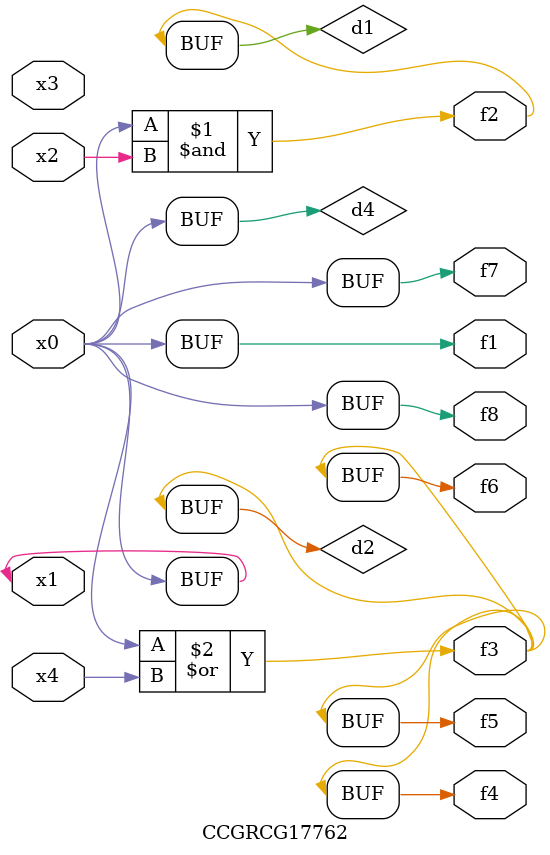
<source format=v>
module CCGRCG17762(
	input x0, x1, x2, x3, x4,
	output f1, f2, f3, f4, f5, f6, f7, f8
);

	wire d1, d2, d3, d4;

	and (d1, x0, x2);
	or (d2, x0, x4);
	nand (d3, x0, x2);
	buf (d4, x0, x1);
	assign f1 = d4;
	assign f2 = d1;
	assign f3 = d2;
	assign f4 = d2;
	assign f5 = d2;
	assign f6 = d2;
	assign f7 = d4;
	assign f8 = d4;
endmodule

</source>
